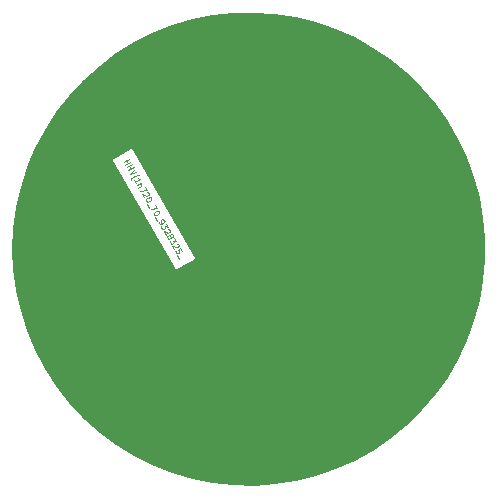
<source format=gbr>
G04 #@! TF.GenerationSoftware,KiCad,Pcbnew,(5.1.10-1-10_14)*
G04 #@! TF.CreationDate,2021-08-06T16:45:07+03:00*
G04 #@! TF.ProjectId,hhv_coin,6868765f-636f-4696-9e2e-6b696361645f,rev?*
G04 #@! TF.SameCoordinates,Original*
G04 #@! TF.FileFunction,Copper,L2,Inr*
G04 #@! TF.FilePolarity,Positive*
%FSLAX46Y46*%
G04 Gerber Fmt 4.6, Leading zero omitted, Abs format (unit mm)*
G04 Created by KiCad (PCBNEW (5.1.10-1-10_14)) date 2021-08-06 16:45:07*
%MOMM*%
%LPD*%
G01*
G04 APERTURE LIST*
G04 #@! TA.AperFunction,NonConductor*
%ADD10C,0.125000*%
G04 #@! TD*
G04 #@! TA.AperFunction,NonConductor*
%ADD11C,0.254000*%
G04 #@! TD*
G04 #@! TA.AperFunction,NonConductor*
%ADD12C,0.100000*%
G04 #@! TD*
G04 APERTURE END LIST*
D10*
X-11765172Y6438666D02*
X-11332159Y6688666D01*
X-11538356Y6569618D02*
X-11395499Y6322183D01*
X-11622315Y6191230D02*
X-11189302Y6441230D01*
X-11503267Y5985034D02*
X-11070254Y6235034D01*
X-11276451Y6115986D02*
X-11133594Y5868550D01*
X-11360410Y5737598D02*
X-10927397Y5987598D01*
X-10844064Y5843260D02*
X-11193743Y5448923D01*
X-10677397Y5554585D01*
X-11120605Y4941292D02*
X-11132510Y4961911D01*
X-11135700Y5015055D01*
X-11106365Y5059484D01*
X-10900169Y5178532D01*
X-10870834Y5222961D01*
X-10874024Y5276105D01*
X-10829595Y5246771D01*
X-10776451Y5249961D01*
X-10570254Y5369008D01*
X-10517110Y5372198D01*
X-10472681Y5342864D01*
X-10460776Y5322244D01*
X-10729458Y4644756D02*
X-10872315Y4892192D01*
X-10800886Y4768474D02*
X-10367873Y5018474D01*
X-10453542Y5023999D01*
X-10518591Y5041429D01*
X-10563020Y5070763D01*
X-10333640Y4625846D02*
X-10622315Y4459179D01*
X-10374879Y4602036D02*
X-10342355Y4593322D01*
X-10297925Y4563987D01*
X-10262211Y4502128D01*
X-10259021Y4448984D01*
X-10288356Y4404555D01*
X-10515172Y4273602D01*
X-9986921Y4358645D02*
X-9820254Y4069970D01*
X-10360410Y4005547D01*
X-9778160Y3901823D02*
X-9745636Y3893108D01*
X-9701207Y3863774D01*
X-9641683Y3760675D01*
X-9638493Y3707531D01*
X-9647208Y3675007D01*
X-9676543Y3630578D01*
X-9717782Y3606768D01*
X-9791546Y3591674D01*
X-10181839Y3696252D01*
X-10027077Y3428197D01*
X-9439302Y3410141D02*
X-9415493Y3368902D01*
X-9412303Y3315758D01*
X-9421018Y3283233D01*
X-9450352Y3238804D01*
X-9520926Y3170566D01*
X-9624024Y3111042D01*
X-9718408Y3084042D01*
X-9771552Y3080852D01*
X-9804076Y3089567D01*
X-9848505Y3118902D01*
X-9872315Y3160141D01*
X-9875505Y3213285D01*
X-9866790Y3245810D01*
X-9837455Y3290239D01*
X-9766881Y3358478D01*
X-9663783Y3418001D01*
X-9569400Y3445001D01*
X-9516256Y3448191D01*
X-9483731Y3439476D01*
X-9439302Y3410141D01*
X-9782602Y2909516D02*
X-9592126Y2579601D01*
X-9082159Y2791552D02*
X-8915493Y2502877D01*
X-9455648Y2438453D01*
X-8772635Y2255441D02*
X-8748826Y2214201D01*
X-8745636Y2161057D01*
X-8754351Y2128533D01*
X-8783685Y2084104D01*
X-8854259Y2015865D01*
X-8957358Y1956341D01*
X-9051741Y1929342D01*
X-9104885Y1926152D01*
X-9137409Y1934867D01*
X-9181839Y1964201D01*
X-9205648Y2005441D01*
X-9208838Y2058585D01*
X-9200123Y2091109D01*
X-9170789Y2135538D01*
X-9100215Y2203777D01*
X-8997116Y2263301D01*
X-8902733Y2290300D01*
X-8849589Y2293490D01*
X-8817065Y2284775D01*
X-8772635Y2255441D01*
X-9115935Y1754815D02*
X-8925459Y1424901D01*
X-8812791Y1324992D02*
X-8765172Y1242514D01*
X-8720743Y1213179D01*
X-8688218Y1204464D01*
X-8602550Y1198939D01*
X-8508166Y1225938D01*
X-8343209Y1321177D01*
X-8313875Y1365606D01*
X-8305160Y1398130D01*
X-8308350Y1451274D01*
X-8355969Y1533753D01*
X-8400398Y1563087D01*
X-8432922Y1571802D01*
X-8486066Y1568612D01*
X-8589165Y1509089D01*
X-8618499Y1464659D01*
X-8627214Y1432135D01*
X-8624024Y1378991D01*
X-8576405Y1296512D01*
X-8531976Y1267178D01*
X-8499452Y1258463D01*
X-8446308Y1261653D01*
X-8177397Y1224458D02*
X-8022635Y956403D01*
X-8270926Y1005502D01*
X-8235212Y943643D01*
X-8232022Y890499D01*
X-8240737Y857975D01*
X-8270071Y813545D01*
X-8373169Y754022D01*
X-8426314Y750832D01*
X-8458838Y759547D01*
X-8503267Y788881D01*
X-8574696Y912599D01*
X-8577886Y965743D01*
X-8569171Y998268D01*
X-7968637Y767636D02*
X-7936112Y758921D01*
X-7891683Y729586D01*
X-7832159Y626488D01*
X-7828969Y573344D01*
X-7837684Y540820D01*
X-7867019Y496390D01*
X-7908258Y472581D01*
X-7982022Y457486D01*
X-8372315Y562065D01*
X-8217553Y294010D01*
X-7827260Y189431D02*
X-7830450Y242575D01*
X-7821735Y275099D01*
X-7792400Y319529D01*
X-7771781Y331433D01*
X-7718637Y334623D01*
X-7686112Y325908D01*
X-7641683Y296574D01*
X-7594064Y214095D01*
X-7590874Y160951D01*
X-7599589Y128427D01*
X-7628924Y83997D01*
X-7649543Y72093D01*
X-7702687Y68903D01*
X-7735212Y77618D01*
X-7779641Y106952D01*
X-7827260Y189431D01*
X-7871689Y218765D01*
X-7904213Y227480D01*
X-7957358Y224290D01*
X-8039836Y176671D01*
X-8069171Y132242D01*
X-8077886Y99718D01*
X-8074696Y46574D01*
X-8027077Y-35904D01*
X-7982647Y-65238D01*
X-7950123Y-73953D01*
X-7896979Y-70763D01*
X-7814500Y-23144D01*
X-7785166Y21284D01*
X-7776451Y53808D01*
X-7779641Y106952D01*
X-7463112Y-12720D02*
X-7308350Y-280776D01*
X-7556640Y-231676D01*
X-7520926Y-293535D01*
X-7517736Y-346679D01*
X-7526451Y-379204D01*
X-7555786Y-423633D01*
X-7658884Y-483157D01*
X-7712028Y-486346D01*
X-7744552Y-477631D01*
X-7788981Y-448297D01*
X-7860410Y-324579D01*
X-7863600Y-271435D01*
X-7854885Y-238911D01*
X-7254351Y-469542D02*
X-7221826Y-478257D01*
X-7177397Y-507592D01*
X-7117873Y-610690D01*
X-7114684Y-663834D01*
X-7123399Y-696358D01*
X-7152733Y-740788D01*
X-7193972Y-764597D01*
X-7267736Y-779692D01*
X-7658029Y-675113D01*
X-7503267Y-943169D01*
X-6844064Y-1084942D02*
X-6963112Y-878745D01*
X-7181213Y-977173D01*
X-7148688Y-985888D01*
X-7104259Y-1015223D01*
X-7044735Y-1118321D01*
X-7041546Y-1171465D01*
X-7050260Y-1203990D01*
X-7079595Y-1248419D01*
X-7182693Y-1307943D01*
X-7235837Y-1311132D01*
X-7268362Y-1302418D01*
X-7312791Y-1273083D01*
X-7372315Y-1169985D01*
X-7375505Y-1116841D01*
X-7366790Y-1084316D01*
X-7258792Y-1461850D02*
X-7068316Y-1791764D01*
D11*
X997451Y18883864D02*
X2737352Y18612235D01*
X4446437Y18187896D01*
X6111332Y17614169D01*
X7719006Y16895544D01*
X9256876Y16037644D01*
X10712907Y15047184D01*
X12075704Y13931916D01*
X13334600Y12700568D01*
X14479743Y11362777D01*
X15502171Y9929013D01*
X16393882Y8410498D01*
X17147897Y6819115D01*
X17758314Y5167320D01*
X18220357Y3468039D01*
X18530410Y1734573D01*
X18686045Y-19512D01*
X18686045Y-1780488D01*
X18530410Y-3534573D01*
X18220357Y-5268039D01*
X17758314Y-6967320D01*
X17147897Y-8619115D01*
X16393882Y-10210498D01*
X15502171Y-11729013D01*
X14479743Y-13162777D01*
X13334600Y-14500568D01*
X12075704Y-15731916D01*
X10712907Y-16847184D01*
X9256876Y-17837644D01*
X7719006Y-18695544D01*
X6111332Y-19414169D01*
X4446437Y-19987896D01*
X2737352Y-20412235D01*
X997451Y-20683864D01*
X-759648Y-20800657D01*
X-2520193Y-20761700D01*
X-4270406Y-20567299D01*
X-5996589Y-20218974D01*
X-7685232Y-19719453D01*
X-9323120Y-19072643D01*
X-10897433Y-18283608D01*
X-12395850Y-17358523D01*
X-13806645Y-16304628D01*
X-15118775Y-15130170D01*
X-16321973Y-13844342D01*
X-17406820Y-12457207D01*
X-18364827Y-10979621D01*
X-19188496Y-9423149D01*
X-19871380Y-7799971D01*
X-20408136Y-6122792D01*
X-20794562Y-4404737D01*
X-21027634Y-2659253D01*
X-21105528Y-900000D01*
X-21027634Y859253D01*
X-20794562Y2604737D01*
X-20408136Y4322792D01*
X-19871380Y5999971D01*
X-19577067Y6699538D01*
X-12946425Y6699538D01*
X-7451306Y-2818288D01*
X-5593682Y-1745788D01*
X-11088801Y7772038D01*
X-12946425Y6699538D01*
X-19577067Y6699538D01*
X-19188496Y7623149D01*
X-18364827Y9179621D01*
X-17406820Y10657207D01*
X-16321973Y12044342D01*
X-15118775Y13330170D01*
X-13806645Y14504628D01*
X-12395850Y15558523D01*
X-10897433Y16483608D01*
X-9323120Y17272643D01*
X-7685232Y17919453D01*
X-5996589Y18418974D01*
X-4270406Y18767299D01*
X-2520193Y18961700D01*
X-759648Y19000657D01*
X997451Y18883864D01*
G04 #@! TA.AperFunction,NonConductor*
D12*
G36*
X997451Y18883864D02*
G01*
X2737352Y18612235D01*
X4446437Y18187896D01*
X6111332Y17614169D01*
X7719006Y16895544D01*
X9256876Y16037644D01*
X10712907Y15047184D01*
X12075704Y13931916D01*
X13334600Y12700568D01*
X14479743Y11362777D01*
X15502171Y9929013D01*
X16393882Y8410498D01*
X17147897Y6819115D01*
X17758314Y5167320D01*
X18220357Y3468039D01*
X18530410Y1734573D01*
X18686045Y-19512D01*
X18686045Y-1780488D01*
X18530410Y-3534573D01*
X18220357Y-5268039D01*
X17758314Y-6967320D01*
X17147897Y-8619115D01*
X16393882Y-10210498D01*
X15502171Y-11729013D01*
X14479743Y-13162777D01*
X13334600Y-14500568D01*
X12075704Y-15731916D01*
X10712907Y-16847184D01*
X9256876Y-17837644D01*
X7719006Y-18695544D01*
X6111332Y-19414169D01*
X4446437Y-19987896D01*
X2737352Y-20412235D01*
X997451Y-20683864D01*
X-759648Y-20800657D01*
X-2520193Y-20761700D01*
X-4270406Y-20567299D01*
X-5996589Y-20218974D01*
X-7685232Y-19719453D01*
X-9323120Y-19072643D01*
X-10897433Y-18283608D01*
X-12395850Y-17358523D01*
X-13806645Y-16304628D01*
X-15118775Y-15130170D01*
X-16321973Y-13844342D01*
X-17406820Y-12457207D01*
X-18364827Y-10979621D01*
X-19188496Y-9423149D01*
X-19871380Y-7799971D01*
X-20408136Y-6122792D01*
X-20794562Y-4404737D01*
X-21027634Y-2659253D01*
X-21105528Y-900000D01*
X-21027634Y859253D01*
X-20794562Y2604737D01*
X-20408136Y4322792D01*
X-19871380Y5999971D01*
X-19577067Y6699538D01*
X-12946425Y6699538D01*
X-7451306Y-2818288D01*
X-5593682Y-1745788D01*
X-11088801Y7772038D01*
X-12946425Y6699538D01*
X-19577067Y6699538D01*
X-19188496Y7623149D01*
X-18364827Y9179621D01*
X-17406820Y10657207D01*
X-16321973Y12044342D01*
X-15118775Y13330170D01*
X-13806645Y14504628D01*
X-12395850Y15558523D01*
X-10897433Y16483608D01*
X-9323120Y17272643D01*
X-7685232Y17919453D01*
X-5996589Y18418974D01*
X-4270406Y18767299D01*
X-2520193Y18961700D01*
X-759648Y19000657D01*
X997451Y18883864D01*
G37*
G04 #@! TD.AperFunction*
M02*

</source>
